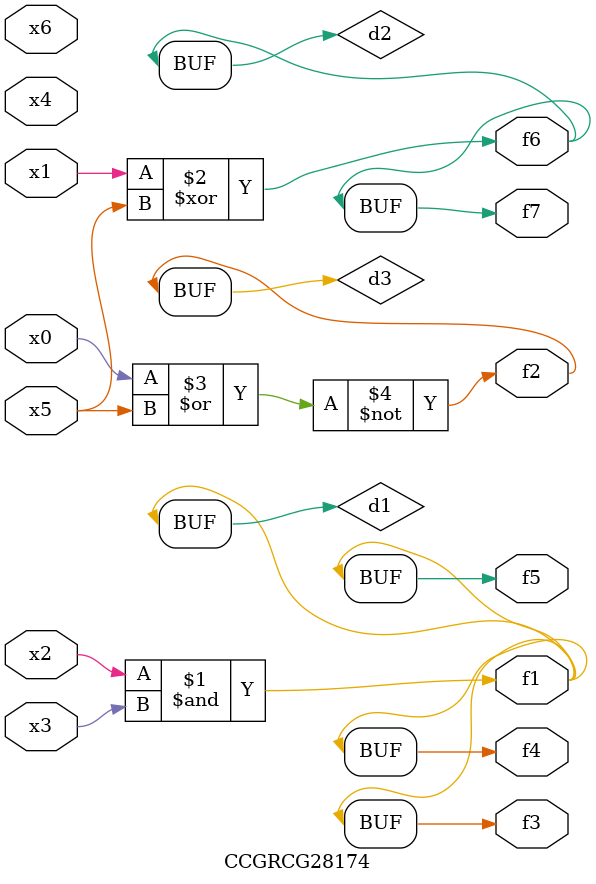
<source format=v>
module CCGRCG28174(
	input x0, x1, x2, x3, x4, x5, x6,
	output f1, f2, f3, f4, f5, f6, f7
);

	wire d1, d2, d3;

	and (d1, x2, x3);
	xor (d2, x1, x5);
	nor (d3, x0, x5);
	assign f1 = d1;
	assign f2 = d3;
	assign f3 = d1;
	assign f4 = d1;
	assign f5 = d1;
	assign f6 = d2;
	assign f7 = d2;
endmodule

</source>
